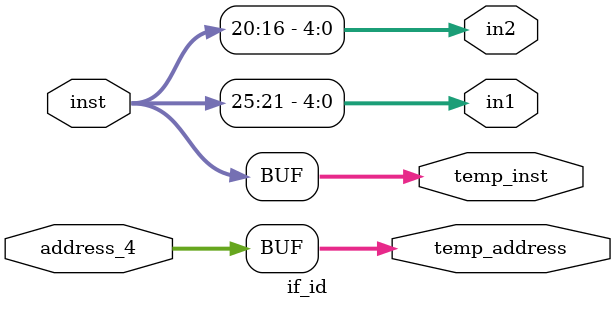
<source format=v>
module if_id(
		input		[31:0]	address_4, inst, 
		output reg	[31:0]	temp_address, temp_inst, 
		output reg	[4:0]	in1, in2);
	
	always @ (1) begin
		temp_address <= address_4;
		temp_inst <= inst;
		in1 <= inst[25:21];
		in2 <= inst[20:16];
	end
endmodule
</source>
